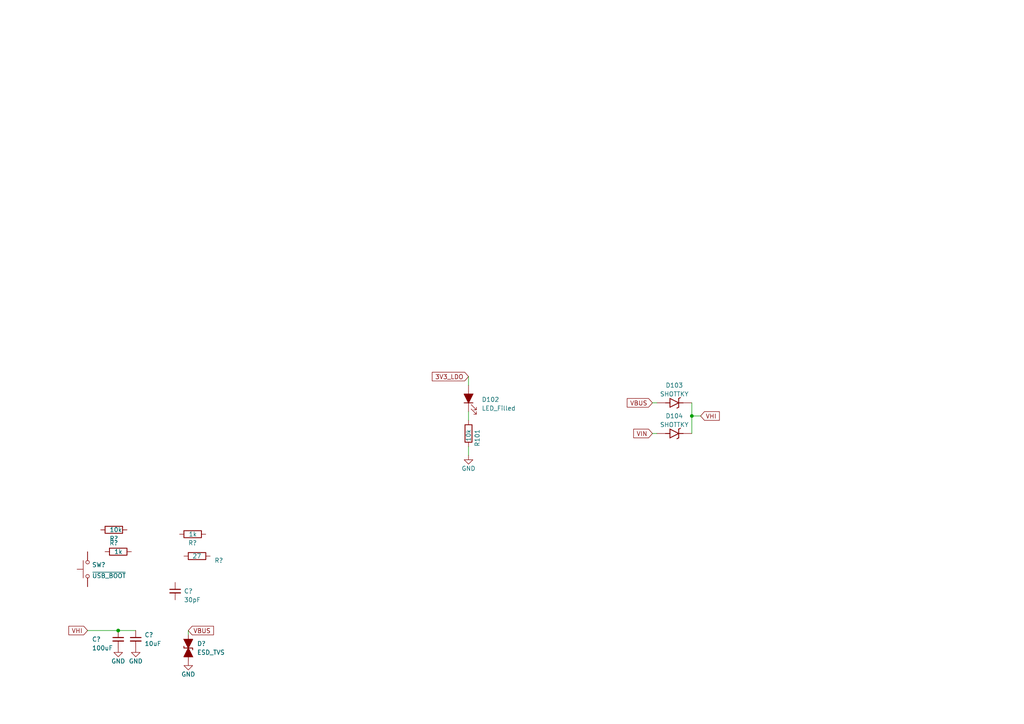
<source format=kicad_sch>
(kicad_sch (version 20211123) (generator eeschema)
  (paper "A4")
  (title_block (title "ESP32-Sprinkler-System") (date "2022-05-29") (rev "1") (company "J & R Creative Technologies Inc.") (comment 1 "@RangenMichael") (comment 2 "https://twitter.com/RangenMichael") (comment 3 "MIT License") (comment 4 "https://github.com/mrangen/ESP32-Sprinkler-System"))
  (lib_symbols
    (symbol "DIODE-SHOTTKY_MBRA140_1" (pin_numbers hide) (pin_names (offset 1.27) hide)
      (property "Reference" "D103" (at 0 5.08 0))
      (property "Value" "SHOTTKY" (at 0 2.54 0))
      (symbol "DIODE-SHOTTKY_MBRA140_1_1_0"
        (polyline (pts (xy -2.54 0) (xy -1.27 0)) (stroke (width 0.254)))
        (polyline (pts (xy -1.27 -1.27) (xy 1.27 0)) (stroke (width 0.254)))
        (polyline (pts (xy -1.27 0) (xy -1.27 -1.27)) (stroke (width 0.254)))
        (polyline (pts (xy -1.27 1.27) (xy -1.27 0)) (stroke (width 0.254)))
        (polyline (pts (xy 1.27 -1.27) (xy 0.762 -1.524)) (stroke (width 0.254)))
        (polyline (pts (xy 1.27 0) (xy -1.27 1.27)) (stroke (width 0.254)))
        (polyline (pts (xy 1.27 0) (xy 1.27 -1.27)) (stroke (width 0.254)))
        (polyline (pts (xy 1.27 1.27) (xy 1.27 0)) (stroke (width 0.254)))
        (polyline (pts (xy 1.27 1.27) (xy 1.778 1.524)) (stroke (width 0.254)))
        (polyline (pts (xy 2.54 0) (xy 1.27 0)) (stroke (width 0.254)))
      )
      (symbol "DIODE-SHOTTKY_MBRA140_1_1_1"
        (pin passive line (at 5.08 0 180) (length 2.54) (name "C") (number "1"))
        (pin passive line (at -5.08 0 0) (length 2.54) (name "A") (number "2"))
      )
    )
    (symbol "Device:C_Small" (pin_numbers hide) (pin_names (offset 0.254) hide)
      (property "Reference" "C" (at 0.254 1.778 0))
      (property "Value" "C_Small" (at 0.254 -2.032 0))
      (symbol "C_Small_0_1"
        (polyline (pts (xy -1.524 -0.508) (xy 1.524 -0.508)) (stroke (width 0.3302)))
        (polyline (pts (xy -1.524 0.508) (xy 1.524 0.508)) (stroke (width 0.3048)))
      )
      (symbol "C_Small_1_1"
        (pin passive line (at 0 2.54 270) (length 2.032) (name "~") (number "1"))
        (pin passive line (at 0 -2.54 90) (length 2.032) (name "~") (number "2"))
      )
    )
    (symbol "Device:D_TVS_Filled" (pin_numbers hide) (pin_names (offset 1.016) hide)
      (property "Reference" "D" (at 0 2.54 0))
      (property "Value" "D_TVS_Filled" (at 0 -2.54 0))
      (symbol "D_TVS_Filled_0_1"
        (polyline (pts (xy 1.27 0) (xy -1.27 0)))
        (polyline (pts (xy -2.54 -1.27) (xy 0 0) (xy -2.54 1.27) (xy -2.54 -1.27)) (stroke (width 0.254)) (fill (type outline)))
        (polyline (pts (xy 0.508 1.27) (xy 0 1.27) (xy 0 -1.27) (xy -0.508 -1.27)) (stroke (width 0.254)))
        (polyline (pts (xy 2.54 1.27) (xy 2.54 -1.27) (xy 0 0) (xy 2.54 1.27)) (stroke (width 0.254)) (fill (type outline)))
      )
      (symbol "D_TVS_Filled_1_1"
        (pin passive line (at -3.81 0 0) (length 2.54) (name "A1") (number "1"))
        (pin passive line (at 3.81 0 180) (length 2.54) (name "A2") (number "2"))
      )
    )
    (symbol "Device:LED_Filled" (pin_numbers hide) (pin_names (offset 1.016) hide)
      (property "Reference" "D" (at 0 2.54 0))
      (property "Value" "LED_Filled" (at 0 -2.54 0))
      (symbol "LED_Filled_0_1"
        (polyline (pts (xy -1.27 -1.27) (xy -1.27 1.27)) (stroke (width 0.254)))
        (polyline (pts (xy -1.27 0) (xy 1.27 0)))
        (polyline (pts (xy 1.27 -1.27) (xy 1.27 1.27) (xy -1.27 0) (xy 1.27 -1.27)) (stroke (width 0.254)) (fill (type outline)))
        (polyline (pts (xy -3.048 -0.762) (xy -4.572 -2.286) (xy -3.81 -2.286) (xy -4.572 -2.286) (xy -4.572 -1.524)))
        (polyline (pts (xy -1.778 -0.762) (xy -3.302 -2.286) (xy -2.54 -2.286) (xy -3.302 -2.286) (xy -3.302 -1.524)))
      )
      (symbol "LED_Filled_1_1"
        (pin passive line (at -3.81 0 0) (length 2.54) (name "K") (number "1"))
        (pin passive line (at 3.81 0 180) (length 2.54) (name "A") (number "2"))
      )
    )
    (symbol "Device:R" (pin_numbers hide) (pin_names (offset 0))
      (property "Reference" "R" (at 2.032 0 90))
      (property "Value" "R" (at 0 0 90))
      (symbol "R_0_1"
        (rectangle (start -1.016 -2.54) (end 1.016 2.54) (stroke (width 0.254)))
      )
      (symbol "R_1_1"
        (pin passive line (at 0 3.81 270) (length 1.27) (name "~") (number "1"))
        (pin passive line (at 0 -3.81 90) (length 1.27) (name "~") (number "2"))
      )
    )
    (symbol "Switch:SW_Push" (pin_numbers hide) (pin_names (offset 1.016) hide)
      (property "Reference" "SW" (at 1.27 2.54 0))
      (property "Value" "SW_Push" (at 0 -1.524 0))
      (symbol "SW_Push_0_1"
        (circle (center -2.032 0) (radius 0.508))
        (polyline (pts (xy 0 1.27) (xy 0 3.048)))
        (polyline (pts (xy 2.54 1.27) (xy -2.54 1.27)))
        (circle (center 2.032 0) (radius 0.508))
        (pin passive line (at -5.08 0 0) (length 2.54) (name "1") (number "1"))
        (pin passive line (at 5.08 0 180) (length 2.54) (name "2") (number "2"))
      )
    )
    (symbol "power:GND" (power) (pin_names (offset 0))
      (property "Value" "GND" (at 0 -3.81 0))
      (symbol "GND_0_1"
        (polyline (pts (xy 0 0) (xy 0 -1.27) (xy 1.27 -1.27) (xy 0 -2.54) (xy -1.27 -1.27) (xy 0 -1.27)))
      )
      (symbol "GND_1_1"
        (pin power_in line (at 0 0 270) (length 0) hide (name "GND") (number "1"))
      )
    )
  )
  (junction (at 34.29 182.88))
  (junction (at 200.66 120.65))
  (wire (pts (xy 135.89 119.38) (xy 135.89 121.92)))
  (wire (pts (xy 189.23 116.84) (xy 190.5 116.84)))
  (wire (pts (xy 34.29 182.88) (xy 39.37 182.88)))
  (wire (pts (xy 25.4 182.88) (xy 34.29 182.88)))
  (wire (pts (xy 54.61 182.88) (xy 54.61 184.15)))
  (wire (pts (xy 135.89 109.22) (xy 135.89 111.76)))
  (wire (pts (xy 200.66 120.65) (xy 203.2 120.65)))
  (wire (pts (xy 135.89 129.54) (xy 135.89 132.08)))
  (wire (pts (xy 200.66 120.65) (xy 200.66 125.73)))
  (wire (pts (xy 200.66 116.84) (xy 200.66 120.65)))
  (wire (pts (xy 189.23 125.73) (xy 190.5 125.73)))
  (global_label "3V3_LDO" (shape input) (at 135.89 109.22 180) (property "Intersheet References" "${INTERSHEET_REFS}" (effects hide)))
  (global_label "VHI" (shape input) (at 203.2 120.65 0) (property "Intersheet References" "${INTERSHEET_REFS}" (effects hide)))
  (global_label "VBUS" (shape input) (at 189.23 116.84 180) (property "Intersheet References" "${INTERSHEET_REFS}" (effects hide)))
  (global_label "VIN" (shape input) (at 189.23 125.73 180) (property "Intersheet References" "${INTERSHEET_REFS}" (effects hide)))
  (global_label "VHI" (shape input) (at 25.4 182.88 180) (property "Intersheet References" "${INTERSHEET_REFS}" (effects hide)))
  (global_label "VBUS" (shape input) (at 54.61 182.88 0) (property "Intersheet References" "${INTERSHEET_REFS}" (effects hide)))
  (symbol (lib_id "Device:R") (at 55.88 154.94 90) (unit 1)
    (property "Reference" "R?" (at 57.15 157.48 90) (effects (justify left)))
    (property "Value" "1k" (at 57.15 154.94 90) (effects (justify left)))
    (property "Footprint" "Breadstick Footprints:Perfect_0402_Resistor" (effects hide))
    (property "JLCPCB P/N" "C11702" (effects hide))
  )
  (symbol (lib_id "power:GND") (at 39.37 187.96 0) (unit 1)
    (property "Reference" "#PWR?" (effects hide))
    (property "Value" "GND" (at 39.37 191.77 0))
  )
  (symbol (lib_id "Device:R") (at 135.89 125.73 180) (unit 1)
    (property "Reference" "R101" (at 138.43 124.46 90) (effects (justify left)))
    (property "Value" "10k" (at 135.89 124.46 90) (effects (justify left)))
    (property "Footprint" "Breadstick Footprints:Perfect_0402_Resistor" (effects hide))
    (property "JLCPCB P/N" "C25744" (effects hide))
  )
  (symbol (lib_id "Device:R") (at 33.02 153.67 270) (unit 1)
    (property "Reference" "R?" (at 31.75 156.21 90) (effects (justify left)))
    (property "Value" "10k" (at 31.75 153.67 90) (effects (justify left)))
    (property "Footprint" "Breadstick Footprints:Perfect_0402_Resistor" (effects hide))
    (property "JLCPCB P/N" "C25744" (effects hide))
  )
  (symbol (lib_id "Switch:SW_Push") (at 25.4 165.1 90) (unit 1)
    (property "Reference" "SW?" (at 26.67 163.8299 90) (effects (justify right)))
    (property "Value" "~{USB_BOOT}" (at 26.67 167.0049 90) (effects (justify right)))
    (property "Footprint" "Breadstick Footprints:GT-TC029B-H025-L1N" (effects hide))
    (property "JLCPCB P/N" "C843669" (effects hide))
  )
  (symbol (lib_id "power:GND") (at 54.61 191.77 0) (unit 1)
    (property "Reference" "#PWR?" (effects hide))
    (property "Value" "GND" (at 54.61 195.58 0))
  )
  (symbol (lib_id "Device:R") (at 34.29 160.02 90) (unit 1)
    (property "Reference" "R?" (at 34.29 157.48 90) (effects (justify left)))
    (property "Value" "1k" (at 35.56 160.02 90) (effects (justify left)))
    (property "Footprint" "Breadstick Footprints:Perfect_0402_Resistor" (effects hide))
    (property "JLCPCB P/N" "C11702" (effects hide))
  )
  (symbol (lib_id "Device:R") (at 57.15 161.29 90) (unit 1)
    (property "Reference" "R?" (at 64.77 162.56 90) (effects (justify left)))
    (property "Value" "27" (at 58.42 161.29 90) (effects (justify left)))
    (property "Footprint" "Breadstick Footprints:Perfect_0402_Resistor" (effects hide))
    (property "JLCPCB P/N" "C25100" (effects hide))
  )
  (symbol (lib_name "DIODE-SHOTTKY_MBRA140_1") (lib_id "SparkFun-DiscreteSemi:DIODE-SHOTTKY_MBRA140") (at 195.58 125.73 0) (unit 1)
    (property "Reference" "D104" (at 195.58 120.65 0))
    (property "Value" "SHOTTKY" (at 195.58 123.19 0))
    (property "Footprint" "Diode_SMD:D_SOD-123" (effects hide))
    (property "Field4" "SOD-123" (effects hide))
    (property "JLCPCB P/N" "C8598" (effects hide))
  )
  (symbol (lib_id "Device:C_Small") (at 39.37 185.42 0) (unit 1)
    (property "Reference" "C?" (at 41.91 184.15 0) (effects (justify left)))
    (property "Value" "10uF" (at 41.91 186.69 0) (effects (justify left)))
    (property "Footprint" "Breadstick Footprints:Perfect_0402_Cap" (effects hide))
    (property "JLCPCB P/N" "C15525" (effects hide))
  )
  (symbol (lib_id "Device:C_Small") (at 34.29 185.42 0) (unit 1)
    (property "Reference" "C?" (at 26.67 185.42 0) (effects (justify left)))
    (property "Value" "100uF" (at 26.67 187.96 0) (effects (justify left)))
    (property "Footprint" "Capacitor_SMD:C_1206_3216Metric" (effects hide))
    (property "JLCPCB P/N" "C15008" (effects hide))
  )
  (symbol (lib_id "Device:LED_Filled") (at 135.89 115.57 90) (unit 1)
    (property "Reference" "D102" (at 139.7 115.8874 90) (effects (justify right)))
    (property "Value" "LED_Filled" (at 139.7 118.4274 90) (effects (justify right)))
    (property "Footprint" "LED_SMD:LED_0805_2012Metric" (effects hide))
    (property "JLCPCB P/N" "C2297" (effects hide))
  )
  (symbol (lib_id "Device:C_Small") (at 50.8 171.45 0) (unit 1)
    (property "Reference" "C?" (at 53.34 171.45 0) (effects (justify left)))
    (property "Value" "30pF" (at 53.34 173.99 0) (effects (justify left)))
    (property "Footprint" "Breadstick Footprints:Perfect_0402_Cap" (effects hide))
    (property "JLCPCB P/N" "C1570" (effects hide))
  )
  (symbol (lib_id "power:GND") (at 135.89 132.08 0) (unit 1)
    (property "Reference" "#PWR0106" (effects hide))
    (property "Value" "GND" (at 135.89 135.89 0))
  )
  (symbol (lib_name "DIODE-SHOTTKY_MBRA140_1") (lib_id "SparkFun-DiscreteSemi:DIODE-SHOTTKY_MBRA140") (at 195.58 116.84 0) (unit 1)
    (property "Reference" "D103" (at 195.58 111.76 0))
    (property "Value" "SHOTTKY" (at 195.58 114.3 0))
    (property "Footprint" "Diode_SMD:D_SOD-123" (effects hide))
    (property "Field4" "SOD-123" (effects hide))
    (property "JLCPCB P/N" "C8598" (effects hide))
  )
  (symbol (lib_id "Device:D_TVS_Filled") (at 54.61 187.96 90) (unit 1)
    (property "Reference" "D?" (at 57.15 186.6899 90) (effects (justify right)))
    (property "Value" "ESD_TVS" (at 57.15 189.2299 90) (effects (justify right)))
    (property "Footprint" "Breadstick Footprints:Perfect_0402_Resistor" (effects hide))
    (property "JLCPCB P/N" "C316049" (effects hide))
  )
  (symbol (lib_id "power:GND") (at 34.29 187.96 0) (unit 1)
    (property "Reference" "#PWR?" (effects hide))
    (property "Value" "GND" (at 34.29 191.77 0))
  )
)
</source>
